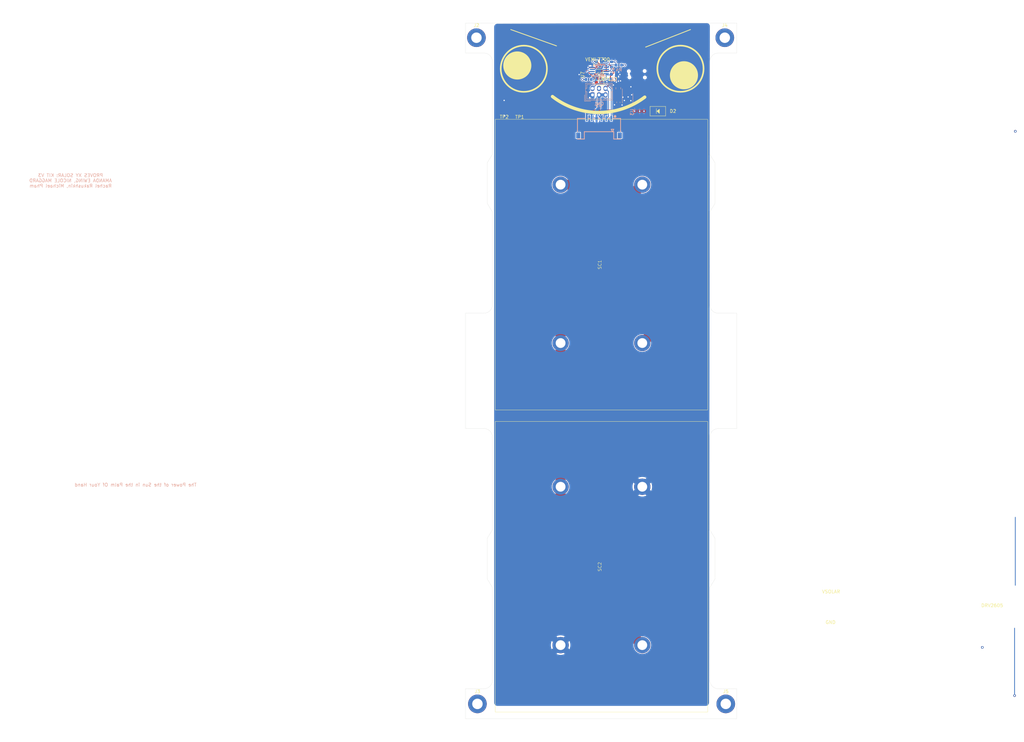
<source format=kicad_pcb>
(kicad_pcb (version 20241229) (generator "pcbnew") (generator_version "9.0")
  (title_block (title "Yearling Kit XY Faces") (date "2025-10-05") (rev "1.0"))
  (layers (0 "F.Cu" signal) (4 "In1.Cu" signal) (6 "In2.Cu" signal) (2 "B.Cu" signal) (13 "F.Paste" user) (15 "B.Paste" user) (5 "F.SilkS" user "F.Silkscreen") (7 "B.SilkS" user "B.Silkscreen") (1 "F.Mask" user) (3 "B.Mask" user) (25 "Edge.Cuts" user))
  (net 0 "")
  (net 1 "GND")
  (net 2 "+3V3")
  (net 3 "VSOLAR")
  (net 4 "Net-(U3-REG)")
  (net 5 "/SCL")
  (net 6 "/SDA")
  (net 7 "Net-(D4-A)")
  (net 12 "Net-(U3-OUT+)")
  (net 14 "SCLIN")
  (net 15 "SDAIN")
  (net 16 "Net-(U4-EN)")
  (net 17 "Net-(U4-READY)")
  (net 21 "Net-(SC1---Pad2)")
  (net 22 "/SOL_OUT")
  (footprint "MountingHole:MountingHole_3.2mm_M3_ISO7380_Pad" (layer "F.Cu") (at 171.5 40.5)
    (property "Reference" "J2" (at 0 -3.8 0) (layer "F.SilkS"))
    (property "Value" "Conn_01x01")
    (pad "1" thru_hole circle (at 0 0) (size 5.7 5.7) (drill 3.2) (layers "*.Cu" "*.Mask"))
  )
  (footprint "MountingHole:MountingHole_3.2mm_M3_ISO7380_Pad" (layer "F.Cu") (at 247.5 40.5)
    (property "Reference" "J4" (at 0 -3.8 0) (layer "F.SilkS"))
    (property "Value" "Conn_01x01")
    (pad "1" thru_hole circle (at 0 0) (size 5.7 5.7) (drill 3.2) (layers "*.Cu" "*.Mask"))
  )
  (footprint "MountingHole:MountingHole_3.2mm_M3_ISO7380_Pad" (layer "F.Cu") (at 171.8 244.5)
    (property "Reference" "J3" (at 0 -3.8 0) (layer "F.SilkS"))
    (property "Value" "Conn_01x01")
    (pad "1" thru_hole circle (at 0 0) (size 5.7 5.7) (drill 3.2) (layers "*.Cu" "*.Mask"))
  )
  (footprint "Solar_Cell_Library:SM531K10T" (layer "F.Cu") (at 222.25 85.5 90)
    (property "Reference" "SC1" (at -24.5 -13 90) (layer "F.SilkS") (effects (font (thickness 0.1))))
    (property "Value" "SM531K10T")
    (fp_rect (start -69 -45) (end 20 20) (stroke (width 0.1)) (fill no) (layer "F.SilkS"))
    (pad "1" thru_hole circle (at -48.5 0 90) (size 5 5) (drill 3) (layers "*.Cu" "*.Mask") (net 22 "/SOL_OUT"))
    (pad "2" thru_hole circle (at -48.5 -25 90) (size 5 5) (drill 3) (layers "*.Cu" "*.Mask") (net 21 "Net-(SC1---Pad2)"))
    (pad "3" thru_hole circle (at 0 -25 90) (size 5 5) (drill 3) (layers "*.Cu" "*.Mask") (net 22 "/SOL_OUT"))
    (pad "4" thru_hole circle (at 0 0 90) (size 5 5) (drill 3) (layers "*.Cu" "*.Mask") (net 21 "Net-(SC1---Pad2)"))
  )
  (footprint "SolarPanelBoards:Test Pad" (layer "F.Cu") (at 184.6 62.01)
    (property "Reference" "TP1" (at 0.11 2.75 0) (layer "F.SilkS"))
    (property "Value" "TestPoint")
    (pad "1" smd roundrect (at 0 0) (size 3 3) (layers "F.Cu" "F.Mask" "F.Paste") (net 3 "VSOLAR"))
  )
  (footprint "easyeda2kicad:SENSOR-SMD_VEML6031X00" (layer "F.Cu") (at 208.99 51.86 90)
    (property "Reference" "U7" (at 0 -5.04 90) (layer "F.SilkS"))
    (property "Value" "VEML6031X00")
    (fp_line (start 1.35 -1.18) (end 0.58 -1.18) (stroke (width 0.1)) (layer "F.SilkS"))
    (fp_line (start -0.58 -1.18) (end -1.33 -1.18) (stroke (width 0.1)) (layer "F.SilkS"))
    (fp_line (start -1.33 -1.18) (end -1.35 -1.18) (stroke (width 0.1)) (layer "F.SilkS"))
    (fp_line (start -1.35 -1.18) (end -1.35 -1.18) (stroke (width 0.1)) (layer "F.SilkS"))
    (fp_line (start -1.35 -0.02) (end -1.35 0.02) (stroke (width 0.1)) (layer "F.SilkS"))
    (fp_line (start 1.35 0.02) (end 1.35 -0.02) (stroke (width 0.1)) (layer "F.SilkS"))
    (fp_line (start -1.35 1.18) (end -1.35 1.25) (stroke (width 0.1)) (layer "F.SilkS"))
    (fp_line (start 1.35 1.25) (end 1.35 1.18) (stroke (width 0.1)) (layer "F.SilkS"))
    (fp_line (start 0.579999 1.25) (end 1.35 1.25) (stroke (width 0.1)) (layer "F.SilkS"))
    (fp_line (start -1.35 1.25) (end -0.579999 1.25) (stroke (width 0.1)) (layer "F.SilkS"))
    (pad "1" smd rect (at 0 1.04 90) (size 0.85 0.79) (layers "F.Cu" "F.Mask" "F.Paste") (net 1 "GND"))
    (pad "2" smd rect (at 1.15 0.6 270) (size 0.79 0.85) (layers "F.Cu" "F.Mask" "F.Paste") (net 6 "/SDA"))
    (pad "3" smd rect (at 1.15 -0.6 270) (size 0.79 0.85) (layers "F.Cu" "F.Mask" "F.Paste"))
    (pad "4" smd rect (at 0 -1.04 90) (size 0.85 0.79) (layers "F.Cu" "F.Mask" "F.Paste") (net 1 "GND"))
    (pad "5" smd rect (at -1.15 -0.6 270) (size 0.79 0.85) (layers "F.Cu" "F.Mask" "F.Paste") (net 5 "/SCL"))
    (pad "6" smd rect (at -1.15 0.6 270) (size 0.79 0.85) (layers "F.Cu" "F.Mask" "F.Paste") (net 2 "+3V3"))
  )
  (footprint "Package_TO_SOT_SMD:SOT-563" (layer "F.Cu") (at 208.98 49.2)
    (property "Reference" "U2" (at 0.55 2.4 0) (layer "F.SilkS"))
    (property "Value" "TMP112xxDRL")
    (fp_line (start 0 -0.935) (end -0.6 -0.935) (stroke (width 0.12)) (layer "F.SilkS"))
    (fp_line (start 0 -0.935) (end 0.6 -0.935) (stroke (width 0.12)) (layer "F.SilkS"))
    (fp_line (start 0 0.935) (end -0.6 0.935) (stroke (width 0.12)) (layer "F.SilkS"))
    (fp_line (start 0 0.935) (end 0.6 0.935) (stroke (width 0.12)) (layer "F.SilkS"))
    (fp_poly (pts (xy -1.309999 -0.5) (xy -1.64 -0.74) (xy -1.64 -0.26) (xy -1.309999 -0.5)) (stroke (width 0.12)) (fill yes) (layer "F.SilkS"))
    (pad "1" smd roundrect (at -0.7125 -0.5) (size 0.675 0.35) (layers "F.Cu" "F.Mask" "F.Paste") (net 5 "/SCL"))
    (pad "2" smd roundrect (at -0.712501 0) (size 0.675 0.35) (layers "F.Cu" "F.Mask" "F.Paste") (net 1 "GND"))
    (pad "3" smd roundrect (at -0.7125 0.5) (size 0.675 0.35) (layers "F.Cu" "F.Mask" "F.Paste") (net 1 "GND"))
    (pad "4" smd roundrect (at 0.7125 0.5) (size 0.675 0.35) (layers "F.Cu" "F.Mask" "F.Paste") (net 1 "GND"))
    (pad "5" smd roundrect (at 0.712501 0) (size 0.675 0.35) (layers "F.Cu" "F.Mask" "F.Paste") (net 2 "+3V3"))
    (pad "6" smd roundrect (at 0.7125 -0.5) (size 0.675 0.35) (layers "F.Cu" "F.Mask" "F.Paste") (net 6 "/SDA"))
  )
  (footprint "SolarPanelBoards:Test Pad" (layer "F.Cu") (at 180 62)
    (property "Reference" "TP2" (at 0 2.730001 0) (layer "F.SilkS"))
    (property "Value" "TestPoint")
    (pad "1" smd roundrect (at 0 0) (size 3 3) (layers "F.Cu" "F.Mask" "F.Paste") (net 1 "GND"))
  )
  (footprint "SolarPanelBoards:DO-214AC" (layer "F.Cu") (at 227.000001 63)
    (property "Reference" "D2" (at 4.64 -0.020001 0) (layer "F.SilkS"))
    (property "Value" "CDBA240LL-HF")
    (fp_line (start -2.375 -1.45) (end 2.375 -1.45) (stroke (width 0.12)) (layer "F.SilkS"))
    (fp_line (start -2.375 1.45) (end -2.375 -1.45) (stroke (width 0.12)) (layer "F.SilkS"))
    (fp_line (start -2.375 1.45) (end 2.375 1.45) (stroke (width 0.12)) (layer "F.SilkS"))
    (fp_line (start -0.4318 -0.8128) (end -0.4318 0.7366) (stroke (width 0.12)) (layer "F.SilkS"))
    (fp_line (start 2.375 1.45) (end 2.375 -1.45) (stroke (width 0.12)) (layer "F.SilkS"))
    (fp_poly (pts (xy 0.508 0.7112) (xy -0.3048 -0.0254) (xy 0.508 -0.635)) (stroke (width 0.1)) (fill yes) (layer "F.SilkS"))
    (pad "1" smd rect (at -2.000001 0) (size 2.5 1.7) (layers "F.Cu" "F.Mask" "F.Paste") (net 3 "VSOLAR"))
    (pad "2" smd rect (at 2.000001 0) (size 2.5 1.7) (layers "F.Cu" "F.Mask" "F.Paste") (net 22 "/SOL_OUT"))
  )
  (footprint "MountingHole:MountingHole_3.2mm_M3_ISO7380_Pad" (layer "F.Cu") (at 247.8 244.5)
    (property "Reference" "J5" (at 0 -3.8 0) (layer "F.SilkS"))
    (property "Value" "Conn_01x01")
    (pad "1" thru_hole circle (at 0 0) (size 5.7 5.7) (drill 3.2) (layers "*.Cu" "*.Mask"))
  )
  (footprint "Solar_Cell_Library:SM531K10T" (layer "F.Cu") (at 222.25 178 90)
    (property "Reference" "SC2" (at -24.5 -13 90) (layer "F.SilkS") (effects (font (thickness 0.1))))
    (property "Value" "SM531K10T")
    (fp_rect (start -69 -45) (end 20 20) (stroke (width 0.1)) (fill no) (layer "F.SilkS"))
    (pad "1" thru_hole circle (at -48.5 0 90) (size 5 5) (drill 3) (layers "*.Cu" "*.Mask") (net 21 "Net-(SC1---Pad2)"))
    (pad "2" thru_hole circle (at -48.5 -25 90) (size 5 5) (drill 3) (layers "*.Cu" "*.Mask") (net 1 "GND"))
    (pad "3" thru_hole circle (at 0 -25 90) (size 5 5) (drill 3) (layers "*.Cu" "*.Mask") (net 21 "Net-(SC1---Pad2)"))
    (pad "4" thru_hole circle (at 0 0 90) (size 5 5) (drill 3) (layers "*.Cu" "*.Mask") (net 1 "GND"))
  )
  (footprint "LED_SMD:LED_0603_1608Metric" (layer "F.Cu") (at 209.02 54.26 180)
    (property "Reference" "D4" (hide yes))
    (property "Value" "CQY99")
    (fp_line (start 0.8 -0.735) (end -1.485 -0.735) (stroke (width 0.12)) (layer "F.SilkS"))
    (fp_line (start -1.485 0.735) (end 0.8 0.735) (stroke (width 0.12)) (layer "F.SilkS"))
    (fp_line (start -1.485 -0.735) (end -1.485 0.735) (stroke (width 0.12)) (layer "F.SilkS"))
    (pad "1" smd roundrect (at -0.787501 0 180) (size 0.875 0.95) (layers "F.Cu" "F.Mask" "F.Paste") (net 1 "GND"))
    (pad "2" smd roundrect (at 0.787501 0 180) (size 0.875 0.95) (layers "F.Cu" "F.Mask" "F.Paste") (net 7 "Net-(D4-A)"))
  )
  (footprint "Connector_Hirose:Hirose_DF11-6DP-2DSA_2x03_P2.00mm_Vertical" (layer "B.Cu") (at 207 58.02)
    (property "Reference" "CN1" (at 2 2.7 0) (layer "B.SilkS") (effects (justify mirror)))
    (property "Value" "DF11-2DSA-4DP" (hide yes))
    (fp_line (start -2.41 0) (end -2.41 1.91) (stroke (width 0.12)) (layer "B.SilkS"))
    (fp_line (start -2.41 1.91) (end -0.499999 1.91) (stroke (width 0.12)) (layer "B.SilkS"))
    (fp_line (start -2.1 -3.6) (end 6.1 -3.6) (stroke (width 0.12)) (layer "B.SilkS"))
    (fp_line (start -2.1 -2) (end -1.7 -2) (stroke (width 0.12)) (layer "B.SilkS"))
    (fp_line (start -2.1 -1) (end -1.7 -1) (stroke (width 0.12)) (layer "B.SilkS"))
    (fp_line (start -2.1 1.6) (end -2.1 -3.6) (stroke (width 0.12)) (layer "B.SilkS"))
    (fp_line (start -1.7 -3.2) (end 5.7 -3.2) (stroke (width 0.12)) (layer "B.SilkS"))
    (fp_line (start -1.7 -2) (end -1.7 -3.2) (stroke (width 0.12)) (layer "B.SilkS"))
    (fp_line (start -1.7 -1) (end -1.7 1.200001) (stroke (width 0.12)) (layer "B.SilkS"))
    (fp_line (start -1.7 1.200001) (end 0.5 1.200001) (stroke (width 0.12)) (layer "B.SilkS"))
    (fp_line (start 0.5 1.200001) (end 0.5 1.6) (stroke (width 0.12)) (layer "B.SilkS"))
    (fp_line (start 1.5 1.2) (end 2.5 1.2) (stroke (width 0.12)) (layer "B.SilkS"))
    (fp_line (start 1.5 1.6) (end 1.5 1.2) (stroke (width 0.12)) (layer "B.SilkS"))
    (fp_line (start 2.5 1.2) (end 2.5 1.6) (stroke (width 0.12)) (layer "B.SilkS"))
    (fp_line (start 3.5 1.2) (end 3.5 1.6) (stroke (width 0.12)) (layer "B.SilkS"))
    (fp_line (start 5.7 -3.2) (end 5.7 -2) (stroke (width 0.12)) (layer "B.SilkS"))
    (fp_line (start 5.7 -2) (end 6.1 -2) (stroke (width 0.12)) (layer "B.SilkS"))
    (fp_line (start 5.7 -1) (end 5.7 1.2) (stroke (width 0.12)) (layer "B.SilkS"))
    (fp_line (start 5.7 1.2) (end 3.5 1.2) (stroke (width 0.12)) (layer "B.SilkS"))
    (fp_line (start 6.1 -3.6) (end 6.1 1.6) (stroke (width 0.12)) (layer "B.SilkS"))
    (fp_line (start 6.1 -1) (end 5.7 -1) (stroke (width 0.12)) (layer "B.SilkS"))
    (fp_line (start 6.1 1.6) (end -2.1 1.6) (stroke (width 0.12)) (layer "B.SilkS"))
    (pad "1" thru_hole roundrect (at 0 0) (size 1.2 1.65) (drill 0.85) (layers "*.Cu" "*.Mask") (roundrect_rratio 0.208333) (net 1 "GND"))
    (pad "2" thru_hole oval (at 0 -2.000001) (size 1.2 1.65) (drill 0.85) (layers "*.Cu" "*.Mask") (net 15 "SDAIN"))
    (pad "3" thru_hole oval (at 2.000001 0) (size 1.2 1.65) (drill 0.85) (layers "*.Cu" "*.Mask") (net 3 "VSOLAR"))
    (pad "4" thru_hole oval (at 2 -2) (size 1.2 1.65) (drill 0.85) (layers "*.Cu" "*.Mask") (net 2 "+3V3"))
    (pad "5" thru_hole oval (at 4 0) (size 1.2 1.65) (drill 0.85) (layers "*.Cu" "*.Mask") (net 3 "VSOLAR"))
    (pad "6" thru_hole oval (at 4.000001 -2) (size 1.2 1.65) (drill 0.85) (layers "*.Cu" "*.Mask") (net 14 "SCLIN"))
  )
  (footprint "easyeda2kicad:MSOP-8_L3.0-W3.0-P0.65-LS5.0-BL" (layer "B.Cu") (at 209.08 50.54 90)
    (property "Reference" "U4" (at 0 4.1 90) (layer "B.SilkS") (effects (justify mirror)))
    (property "Value" "TCA4311ADGKR" (hide yes))
    (fp_line (start 1.66 -1.66) (end 1.66 1.73) (stroke (width 0.25)) (layer "B.SilkS"))
    (fp_line (start 1.39 -1.66) (end 1.66 -1.66) (stroke (width 0.25)) (layer "B.SilkS"))
    (fp_line (start -1.72 -1.66) (end -1.39 -1.66) (stroke (width 0.25)) (layer "B.SilkS"))
    (fp_line (start -1.73 -1.65) (end -1.72 -1.66) (stroke (width 0.25)) (layer "B.SilkS"))
    (fp_line (start -1.73 1.72) (end -1.73 -1.65) (stroke (width 0.25)) (layer "B.SilkS"))
    (fp_line (start 1.66 1.73) (end 1.39 1.73) (stroke (width 0.25)) (layer "B.SilkS"))
    (fp_line (start -1.39 1.73) (end -1.7 1.73) (stroke (width 0.25)) (layer "B.SilkS"))
    (fp_line (start -1.7 1.73) (end -1.72 1.71) (stroke (width 0.25)) (layer "B.SilkS"))
    (fp_circle (center -1.61 -2.15) (end -1.46 -2.15) (stroke (width 0.3)) (fill no) (layer "B.SilkS"))
    (fp_circle (center -1.14 -0.89) (end -0.99 -0.89) (stroke (width 0.3)) (fill no) (layer "B.SilkS"))
    (pad "1" smd oval (at -0.98 -2.15 90) (size 0.36 1.69) (layers "B.Cu" "B.Mask" "B.Paste") (net 16 "Net-(U4-EN)"))
    (pad "2" smd oval (at -0.32 -2.15 90) (size 0.36 1.69) (layers "B.Cu" "B.Mask" "B.Paste") (net 5 "/SCL"))
    (pad "3" smd oval (at 0.33 -2.15 90) (size 0.36 1.69) (layers "B.Cu" "B.Mask" "B.Paste") (net 14 "SCLIN"))
    (pad "4" smd oval (at 0.98 -2.15 90) (size 0.36 1.69) (layers "B.Cu" "B.Mask" "B.Paste") (net 1 "GND"))
    (pad "5" smd oval (at 0.98 2.15 90) (size 0.36 1.69) (layers "B.Cu" "B.Mask" "B.Paste") (net 17 "Net-(U4-READY)"))
    (pad "6" smd oval (at 0.33 2.15 90) (size 0.36 1.69) (layers "B.Cu" "B.Mask" "B.Paste") (net 15 "SDAIN"))
    (pad "7" smd oval (at -0.32 2.15 90) (size 0.36 1.69) (layers "B.Cu" "B.Mask" "B.Paste") (net 6 "/SDA"))
    (pad "8" smd oval (at -0.98 2.15 90) (size 0.36 1.69) (layers "B.Cu" "B.Mask" "B.Paste") (net 2 "+3V3"))
  )
  (footprint "Capacitor_SMD:C_0603_1608Metric" (layer "B.Cu") (at 213.58 51.65 180)
    (property "Reference" "C6" (at 0 -1.65 0) (layer "B.SilkS") (effects (justify mirror)))
    (property "Value" "100nF")
    (fp_line (start -0.140581 0.51) (end 0.140581 0.51) (stroke (width 0.12)) (layer "B.SilkS"))
    (fp_line (start -0.140581 -0.51) (end 0.140581 -0.51) (stroke (width 0.12)) (layer "B.SilkS"))
    (pad "1" smd roundrect (at -0.775 0 180) (size 0.9 0.95) (layers "B.Cu" "B.Mask" "B.Paste") (net 1 "GND"))
    (pad "2" smd roundrect (at 0.775 0 180) (size 0.9 0.95) (layers "B.Cu" "B.Mask" "B.Paste") (net 2 "+3V3"))
  )
  (footprint "Resistor_SMD:R_0603_1608Metric" (layer "B.Cu") (at 205.82 53.29)
    (property "Reference" "R2" (hide yes))
    (property "Value" "10k")
    (fp_line (start -0.237258 -0.5225) (end 0.237258 -0.5225) (stroke (width 0.12)) (layer "B.SilkS"))
    (fp_line (start -0.237258 0.5225) (end 0.237258 0.5225) (stroke (width 0.12)) (layer "B.SilkS"))
    (pad "1" smd roundrect (at -0.825 0) (size 0.8 0.95) (layers "B.Cu" "B.Mask" "B.Paste") (net 2 "+3V3"))
    (pad "2" smd roundrect (at 0.825 0) (size 0.8 0.95) (layers "B.Cu" "B.Mask" "B.Paste") (net 16 "Net-(U4-EN)"))
  )
  (footprint "Capacitor_SMD:C_0603_1608Metric" (layer "B.Cu") (at 213.56 53.15)
    (property "Reference" "C4" (hide yes))
    (property "Value" "100nF")
    (fp_line (start -0.140581 -0.51) (end 0.140581 -0.51) (stroke (width 0.12)) (layer "B.SilkS"))
    (fp_line (start -0.140581 0.51) (end 0.140581 0.51) (stroke (width 0.12)) (layer "B.SilkS"))
    (pad "1" smd roundrect (at -0.775 0) (size 0.9 0.95) (layers "B.Cu" "B.Mask" "B.Paste") (net 2 "+3V3"))
    (pad "2" smd roundrect (at 0.775 0) (size 0.9 0.95) (layers "B.Cu" "B.Mask" "B.Paste") (net 1 "GND"))
  )
  (footprint "Capacitor_SMD:C_0603_1608Metric" (layer "B.Cu") (at 208.97 47.77)
    (property "Reference" "C2" (at 0 1.43 180) (layer "B.SilkS") (effects (justify mirror)))
    (property "Value" "10nF")
    (fp_line (start -0.140581 -0.51) (end 0.140581 -0.51) (stroke (width 0.12)) (layer "B.SilkS"))
    (fp_line (start -0.140581 0.51) (end 0.140581 0.51) (stroke (width 0.12)) (layer "B.SilkS"))
    (pad "1" smd roundrect (at -0.775 0) (size 0.9 0.95) (layers "B.Cu" "B.Mask" "B.Paste") (net 2 "+3V3"))
    (pad "2" smd roundrect (at 0.775 0) (size 0.9 0.95) (layers "B.Cu" "B.Mask" "B.Paste") (net 1 "GND"))
  )
  (footprint "Capacitor_SMD:C_0805_2012Metric" (layer "B.Cu") (at 214.919999 55.99 90)
    (property "Reference" "C5" (hide yes))
    (property "Value" "1uF")
    (fp_line (start -0.261253 -0.735) (end 0.261253 -0.735) (stroke (width 0.12)) (layer "B.SilkS"))
    (fp_line (start -0.261253 0.735) (end 0.261253 0.735) (stroke (width 0.12)) (layer "B.SilkS"))
    (pad "1" smd roundrect (at -0.949999 0 90) (size 1 1.45) (layers "B.Cu" "B.Mask" "B.Paste") (net 4 "Net-(U3-REG)"))
    (pad "2" smd roundrect (at 0.949999 0 90) (size 1 1.45) (layers "B.Cu" "B.Mask" "B.Paste") (net 1 "GND"))
  )
  (footprint "Resistor_SMD:R_0603_1608Metric" (layer "B.Cu") (at 215.08 48.89)
    (property "Reference" "R4" (at 0 1.45 0) (layer "B.SilkS") (effects (justify mirror)))
    (property "Value" "10k")
    (fp_line (start -0.237258 -0.5225) (end 0.237258 -0.5225) (stroke (width 0.12)) (layer "B.SilkS"))
    (fp_line (start -0.237258 0.5225) (end 0.237258 0.5225) (stroke (width 0.12)) (layer "B.SilkS"))
    (pad "1" smd roundrect (at -0.825 0) (size 0.8 0.95) (layers "B.Cu" "B.Mask" "B.Paste") (net 17 "Net-(U4-READY)"))
    (pad "2" smd roundrect (at 0.825 0) (size 0.8 0.95) (layers "B.Cu" "B.Mask" "B.Paste") (net 2 "+3V3"))
  )
  (footprint "Resistor_SMD:R_0603_1608Metric" (layer "B.Cu") (at 212.83 48.71 90)
    (property "Reference" "R6" (hide yes))
    (property "Value" "10k")
    (fp_line (start -0.237258 -0.5225) (end 0.237258 -0.5225) (stroke (width 0.12)) (layer "B.SilkS"))
    (fp_line (start -0.237258 0.5225) (end 0.237258 0.5225) (stroke (width 0.12)) (layer "B.SilkS"))
    (pad "1" smd roundrect (at -0.825 0 90) (size 0.8 0.95) (layers "B.Cu" "B.Mask" "B.Paste") (net 6 "/SDA"))
    (pad "2" smd roundrect (at 0.825 0 90) (size 0.8 0.95) (layers "B.Cu" "B.Mask" "B.Paste") (net 2 "+3V3"))
  )
  (footprint "Resistor_SMD:R_0603_1608Metric" (layer "B.Cu") (at 204.58 51.78 180)
    (property "Reference" "R5" (hide yes))
    (property "Value" "10k")
    (fp_line (start -0.237258 0.5225) (end 0.237258 0.5225) (stroke (width 0.12)) (layer "B.SilkS"))
    (fp_line (start -0.237258 -0.5225) (end 0.237258 -0.5225) (stroke (width 0.12)) (layer "B.SilkS"))
    (pad "1" smd roundrect (at -0.825 0 180) (size 0.8 0.95) (layers "B.Cu" "B.Mask" "B.Paste") (net 5 "/SCL"))
    (pad "2" smd roundrect (at 0.825 0 180) (size 0.8 0.95) (layers "B.Cu" "B.Mask" "B.Paste") (net 2 "+3V3"))
  )
  (footprint "easyeda2kicad:CONN-SMD_6P-P1.50_A1501WRB-S-6P" (layer "B.Cu") (at 209.01 67.83 180)
    (property "Reference" "U5" (at 0 6.59 0) (layer "B.SilkS") (effects (justify mirror)))
    (property "Value" "5040500691")
    (fp_line (start 6.6 2.6) (end 6.6 -1.45) (stroke (width 0.25)) (layer "B.SilkS"))
    (fp_line (start 6.6 -3.7) (end 4.5 -3.700001) (stroke (width 0.25)) (layer "B.SilkS"))
    (fp_line (start 4.5 -1.45) (end -4.5 -1.45) (stroke (width 0.25)) (layer "B.SilkS"))
    (fp_line (start 4.5 -3.700001) (end 4.5 -1.45) (stroke (width 0.25)) (layer "B.SilkS"))
    (fp_line (start 4.28 2.600001) (end 6.6 2.6) (stroke (width 0.25)) (layer "B.SilkS"))
    (fp_line (start 2.78 2.6) (end 3.22 2.6) (stroke (width 0.25)) (layer "B.SilkS"))
    (fp_line (start 1.28 2.6) (end 1.72 2.6) (stroke (width 0.25)) (layer "B.SilkS"))
    (fp_line (start -0.22 2.6) (end 0.22 2.6) (stroke (width 0.25)) (layer "B.SilkS"))
    (fp_line (start -1.72 2.6) (end -1.28 2.6) (stroke (width 0.25)) (layer "B.SilkS"))
    (fp_line (start -3.22 2.6) (end -2.78 2.6) (stroke (width 0.25)) (layer "B.SilkS"))
    (fp_line (start -3.75 -0.7) (end -4.5 -0.7) (stroke (width 0.25)) (layer "B.SilkS"))
    (fp_line (start -4.05 -1.45) (end -3.75 -0.7) (stroke (width 0.25)) (layer "B.SilkS"))
    (fp_line (start -4.5 -0.7) (end -4.2 -1.45) (stroke (width 0.25)) (layer "B.SilkS"))
    (fp_line (start -4.5 -1.45) (end -4.5 -3.700001) (stroke (width 0.25)) (layer "B.SilkS"))
    (fp_line (start -4.5 -3.700001) (end -6.6 -3.7) (stroke (width 0.25)) (layer "B.SilkS"))
    (fp_line (start -6.6 2.6) (end -4.28 2.600001) (stroke (width 0.25)) (layer "B.SilkS"))
    (fp_line (start -6.6 2.6) (end -6.6 -1.45) (stroke (width 0.25)) (layer "B.SilkS"))
    (fp_circle (center -4.91 3.25) (end -4.71 3.25) (stroke (width 0.4)) (fill no) (layer "B.SilkS"))
    (pad "1" smd rect (at -3.75 2.59) (size 0.6 1.5) (layers "B.Cu" "B.Mask" "B.Paste") (net 15 "SDAIN"))
    (pad "2" smd rect (at -2.25 2.59) (size 0.6 1.5) (layers "B.Cu" "B.Mask" "B.Paste") (net 14 "SCLIN"))
    (pad "3" smd rect (at -0.750001 2.59) (size 0.6 1.5) (layers "B.Cu" "B.Mask" "B.Paste") (net 2 "+3V3"))
    (pad "4" smd rect (at 0.750001 2.59) (size 0.6 1.5) (layers "B.Cu" "B.Mask" "B.Paste") (net 1 "GND"))
    (pad "5" smd rect (at 2.25 2.59) (size 0.6 1.5) (layers "B.Cu" "B.Mask" "B.Paste") (net 3 "VSOLAR"))
    (pad "6" smd rect (at 3.75 2.59) (size 0.6 1.5) (layers "B.Cu" "B.Mask" "B.Paste") (net 3 "VSOLAR"))
    (pad "7" smd rect (at 6.35 -2.590001) (size 1.25 1.8) (layers "B.Cu" "B.Mask" "B.Paste"))
    (pad "8" smd rect (at -6.35 -2.590001) (size 1.25 1.8) (layers "B.Cu" "B.Mask" "B.Paste"))
  )
  (footprint "Capacitor_SMD:C_0603_1608Metric" (layer "B.Cu") (at 214.919998 60.29 90)
    (property "Reference" "C3" (hide yes))
    (property "Value" "100nF")
    (fp_line (start -0.140581 -0.51) (end 0.140581 -0.51) (stroke (width 0.12)) (layer "B.SilkS"))
    (fp_line (start -0.140581 0.51) (end 0.140581 0.51) (stroke (width 0.12)) (layer "B.SilkS"))
    (pad "1" smd roundrect (at -0.775 0 90) (size 0.9 0.95) (layers "B.Cu" "B.Mask" "B.Paste") (net 2 "+3V3"))
    (pad "2" smd roundrect (at 0.775 0 90) (size 0.9 0.95) (layers "B.Cu" "B.Mask" "B.Paste") (net 1 "GND"))
  )
  (footprint "Resistor_SMD:R_0603_1608Metric" (layer "B.Cu") (at 209.03 53.28 180)
    (property "Reference" "R1" (at 0 1.43 0) (layer "B.SilkS") (effects (justify mirror)))
    (property "Value" "10k")
    (fp_line (start -0.237258 0.5225) (end 0.237258 0.5225) (stroke (width 0.12)) (layer "B.SilkS"))
    (fp_line (start -0.237258 -0.5225) (end 0.237258 -0.5225) (stroke (width 0.12)) (layer "B.SilkS"))
    (pad "1" smd roundrect (at -0.825 0 180) (size 0.8 0.95) (layers "B.Cu" "B.Mask" "B.Paste") (net 2 "+3V3"))
    (pad "2" smd roundrect (at 0.825 0 180) (size 0.8 0.95) (layers "B.Cu" "B.Mask" "B.Paste") (net 7 "Net-(D4-A)"))
  )
  (footprint "Package_SO:VSSOP-10_3x3mm_P0.5mm" (layer "B.Cu") (at 217.77 59.07 -90)
    (property "Reference" "U3" (at 4.22 -1.35 90) (layer "B.SilkS") (effects (justify mirror)))
    (property "Value" "DRV2605LDGS")
    (fp_line (start 0 1.61) (end -2.925 1.61) (stroke (width 0.12)) (layer "B.SilkS"))
    (fp_line (start 0 1.61) (end 1.5 1.61) (stroke (width 0.12)) (layer "B.SilkS"))
    (fp_line (start 0 -1.61) (end -1.5 -1.61) (stroke (width 0.12)) (layer "B.SilkS"))
    (fp_line (start 0 -1.61) (end 1.5 -1.61) (stroke (width 0.12)) (layer "B.SilkS"))
    (pad "1" smd roundrect (at -2.2 1 270) (size 1.45 0.3) (layers "B.Cu" "B.Mask" "B.Paste") (net 4 "Net-(U3-REG)"))
    (pad "2" smd roundrect (at -2.2 0.499999 270) (size 1.45 0.3) (layers "B.Cu" "B.Mask" "B.Paste") (net 5 "/SCL"))
    (pad "3" smd roundrect (at -2.2 0 270) (size 1.45 0.3) (layers "B.Cu" "B.Mask" "B.Paste") (net 6 "/SDA"))
    (pad "4" smd roundrect (at -2.2 -0.499999 270) (size 1.45 0.3) (layers "B.Cu" "B.Mask" "B.Paste") (net 1 "GND"))
    (pad "5" smd roundrect (at -2.2 -1 270) (size 1.45 0.3) (layers "B.Cu" "B.Mask" "B.Paste") (net 2 "+3V3"))
    (pad "6" smd roundrect (at 2.2 -1 270) (size 1.45 0.3) (layers "B.Cu" "B.Mask" "B.Paste"))
    (pad "7" smd roundrect (at 2.2 -0.499999 270) (size 1.45 0.3) (layers "B.Cu" "B.Mask" "B.Paste") (net 12 "Net-(U3-OUT+)"))
    (pad "8" smd roundrect (at 2.2 0 270) (size 1.45 0.3) (layers "B.Cu" "B.Mask" "B.Paste") (net 1 "GND"))
    (pad "9" smd roundrect (at 2.2 0.499999 270) (size 1.45 0.3) (layers "B.Cu" "B.Mask" "B.Paste") (net 12 "Net-(U3-OUT+)"))
    (pad "10" smd roundrect (at 2.2 1 270) (size 1.45 0.3) (layers "B.Cu" "B.Mask" "B.Paste") (net 2 "+3V3"))
  )
  (gr_line (start 182 38) (end 196 43) (stroke (width 0.25)) (layer "F.SilkS"))
  (gr_circle (center 186 50) (end 191 55) (stroke (width 0.5)) (fill no) (layer "F.SilkS"))
  (gr_circle (center 235 52) (end 238 55) (stroke (width 0.12)) (fill yes) (layer "F.SilkS"))
  (gr_circle (center 184 49) (end 187 52) (stroke (width 0.12)) (fill yes) (layer "F.SilkS"))
  (gr_line (start 223.282485 43.363961) (end 237 38) (stroke (width 0.25)) (layer "F.SilkS"))
  (gr_circle (center 233.928932 49.990001) (end 238.928932 54.990001) (stroke (width 0.5)) (fill no) (layer "F.SilkS"))
  (gr_arc (start 223 58.686426) (mid 208.850708 63.388932) (end 194.763137 58.504634) (stroke (width 1)) (layer "F.SilkS"))
  (gr_line (start 173.73 160.17) (end 168.15 160.17) (stroke (width 0.05)) (layer "Edge.Cuts"))
  (gr_arc (start 173.73 160.17) (mid 175.611789 160.94114) (end 176.39 162.82) (stroke (width 0.05)) (layer "Edge.Cuts"))
  (gr_line (start 168.15 124.87) (end 168.15 160.17) (stroke (width 0.05)) (layer "Edge.Cuts"))
  (gr_line (start 168.15 239.87) (end 168.15 249) (stroke (width 0.05)) (layer "Edge.Cuts"))
  (gr_line (start 168.15 36) (end 168.15 45.17) (stroke (width 0.05)) (layer "Edge.Cuts"))
  (gr_line (start 251.15 160.175) (end 245.57 160.175) (stroke (width 0.05)) (layer "Edge.Cuts"))
  (gr_line (start 174.8 91.245) (end 176.39 93.845) (stroke (width 0.05)) (layer "Edge.Cuts"))
  (gr_line (start 242.91 93.85) (end 242.91 122.225) (stroke (width 0.05)) (layer "Edge.Cuts"))
  (gr_line (start 251.15 160.175) (end 251.15 124.875) (stroke (width 0.05)) (layer "Edge.Cuts"))
  (gr_line (start 176.39 208.845) (end 176.39 237.22) (stroke (width 0.05)) (layer "Edge.Cuts"))
  (gr_line (start 174.8 193.795) (end 174.8 206.245) (stroke (width 0.05)) (layer "Edge.Cuts"))
  (gr_line (start 242.91 76.2) (end 244.5 78.8) (stroke (width 0.05)) (layer "Edge.Cuts"))
  (gr_line (start 168.15 124.87) (end 173.73 124.87) (stroke (width 0.05)) (layer "Edge.Cuts"))
  (gr_line (start 174.8 206.245) (end 176.39 208.845) (stroke (width 0.05)) (layer "Edge.Cuts"))
  (gr_line (start 176.39 93.845) (end 176.39 122.22) (stroke (width 0.05)) (layer "Edge.Cuts"))
  (gr_line (start 242.91 93.85) (end 244.5 91.25) (stroke (width 0.05)) (layer "Edge.Cuts"))
  (gr_line (start 168.15 249) (end 251.15 249) (stroke (width 0.05)) (layer "Edge.Cuts"))
  (gr_line (start 244.5 78.8) (end 244.5 91.25) (stroke (width 0.05)) (layer "Edge.Cuts"))
  (gr_line (start 251.15 36) (end 168.15 36) (stroke (width 0.05)) (layer "Edge.Cuts"))
  (gr_line (start 174.8 78.795) (end 176.39 76.195) (stroke (width 0.05)) (layer "Edge.Cuts"))
  (gr_line (start 251.15 249) (end 251.15 239.875) (stroke (width 0.05)) (layer "Edge.Cuts"))
  (gr_arc (start 242.91 162.825) (mid 243.688203 160.946102) (end 245.57 160.175) (stroke (width 0.05)) (layer "Edge.Cuts"))
  (gr_line (start 251.15 45.175) (end 245.57 45.175) (stroke (width 0.05)) (layer "Edge.Cuts"))
  (gr_line (start 174.8 193.795) (end 176.39 191.195) (stroke (width 0.05)) (layer "Edge.Cuts"))
  (gr_line (start 251.15 45.175) (end 251.15 36) (stroke (width 0.05)) (layer "Edge.Cuts"))
  (gr_line (start 242.91 191.2) (end 244.5 193.8) (stroke (width 0.05)) (layer "Edge.Cuts"))
  (gr_arc (start 245.57 124.875) (mid 243.688276 124.103824) (end 242.91 122.225) (stroke (width 0.05)) (layer "Edge.Cuts"))
  (gr_line (start 242.91 162.825) (end 242.91 191.2) (stroke (width 0.05)) (layer "Edge.Cuts"))
  (gr_arc (start 176.39 237.22) (mid 175.611768 239.098869) (end 173.73 239.87) (stroke (width 0.05)) (layer "Edge.Cuts"))
  (gr_line (start 176.39 47.82) (end 176.39 76.195) (stroke (width 0.05)) (layer "Edge.Cuts"))
  (gr_line (start 242.91 47.825) (end 242.91 76.2) (stroke (width 0.05)) (layer "Edge.Cuts"))
  (gr_line (start 244.5 193.8) (end 244.5 206.25) (stroke (width 0.05)) (layer "Edge.Cuts"))
  (gr_line (start 245.57 124.875) (end 251.15 124.875) (stroke (width 0.05)) (layer "Edge.Cuts"))
  (gr_arc (start 242.91 47.825) (mid 243.688203 45.946102) (end 245.57 45.175) (stroke (width 0.05)) (layer "Edge.Cuts"))
  (gr_line (start 173.73 45.17) (end 168.15 45.17) (stroke (width 0.05)) (layer "Edge.Cuts"))
  (gr_line (start 176.39 162.82) (end 176.39 191.195) (stroke (width 0.05)) (layer "Edge.Cuts"))
  (gr_arc (start 173.73 45.17) (mid 175.611789 45.94114) (end 176.39 47.82) (stroke (width 0.05)) (layer "Edge.Cuts"))
  (gr_line (start 174.8 78.795) (end 174.8 91.245) (stroke (width 0.05)) (layer "Edge.Cuts"))
  (gr_arc (start 245.57 239.875) (mid 243.688276 239.103824) (end 242.91 237.225) (stroke (width 0.05)) (layer "Edge.Cuts"))
  (gr_line (start 168.15 239.87) (end 173.73 239.87) (stroke (width 0.05)) (layer "Edge.Cuts"))
  (gr_line (start 242.91 208.85) (end 242.91 237.225) (stroke (width 0.05)) (layer "Edge.Cuts"))
  (gr_arc (start 176.39 122.22) (mid 175.611768 124.098869) (end 173.73 124.87) (stroke (width 0.05)) (layer "Edge.Cuts"))
  (gr_line (start 242.91 208.85) (end 244.5 206.25) (stroke (width 0.05)) (layer "Edge.Cuts"))
  (gr_line (start 245.57 239.875) (end 251.15 239.875) (stroke (width 0.05)) (layer "Edge.Cuts"))
  (gr_text "TMP112" (at 208.75 53.75 0) (layer "F.SilkS") (effects (font (size 1 1)) (justify left bottom)))
  (gr_text "GND" (at 279.86 219.51 0) (layer "F.SilkS") (effects (font (size 1 1))))
  (gr_text "VEML7700" (at 208.55 47.15 0) (layer "F.SilkS") (effects (font (size 1 1))))
  (gr_text "DRV2605" (at 329.32 214.36 0) (layer "F.SilkS") (effects (font (size 1 1))))
  (gr_text "VSOLAR" (at 280.02 210.13 0) (layer "F.SilkS") (effects (font (size 1 1))))
  (gr_text "PROVES XY SOLAR: KIT V3\nAMANDA EWING, NICOLE MAGGARD\nRachel Rakushkin, Michael Pham" (at 47.3 84.25 0) (layer "B.SilkS") (effects (font (size 1 1)) (justify mirror)))
  (gr_text "The Power of the Sun in the Palm Of Your Hand" (at 67.2 178 0) (layer "B.SilkS") (effects (font (size 1 1)) (justify bottom mirror)))
  (segment (start 208.2675 49.7) (end 205.74 49.7) (width 0.25) (layer "F.Cu") (net 1))
  (segment (start 210.03 51.86) (end 208.99 51.86) (width 0.25) (layer "F.Cu") (net 1))
  (segment (start 180 64.21) (end 180.09 64.3) (width 0.5) (layer "F.Cu") (net 1))
  (segment (start 211.414772 53.956603) (end 210.927397 53.956603) (width 0.25) (layer "F.Cu") (net 1))
  (segment (start 180 62) (end 180 59.72) (width 0.5) (layer "F.Cu") (net 1))
  (segment (start 207.95 51.86) (end 208.99 51.86) (width 0.25) (layer "F.Cu") (net 1))
  (segment (start 210.927397 53.956603) (end 210.624 54.26) (width 0.25) (layer "F.Cu") (net 1))
  (segment (start 180 62) (end 180 64.21) (width 0.5) (layer "F.Cu") (net 1))
  (segment (start 180 59.72) (end 179.98 59.7) (width 0.5) (layer "F.Cu") (net 1))
  (segment (start 205.74 49.7) (end 205.63 49.59) (width 0.25) (layer "F.Cu") (net 1))
  (segment (start 208.267499 49.2) (end 208.267499 49.699999) (width 0.25) (layer "F.Cu") (net 1))
  (segment (start 210.624 54.26) (end 209.807501 54.26) (width 0.25) (layer "F.Cu") (net 1))
  (segment (start 208.267499 49.699999) (end 208.2675 49.7) (width 0.25) (layer "F.Cu") (net 1))
  (segment (start 208.2675 49.7) (end 209.6925 49.7) (width 0.25) (layer "F.Cu") (net 1))
  (via (at 216.319998 58.715) (size 0.8) (drill 0.4) (layers "F.Cu" "B.Cu") (net 1))
  (via (at 213.419999 54.99) (size 0.8) (drill 0.4) (layers "F.Cu" "B.Cu") (net 1))
  (via (at 211.414772 53.956603) (size 0.8) (drill 0.4) (layers "F.Cu" "B.Cu") (net 1))
  (via (at 214.32652 54.10348) (size 0.8) (drill 0.4) (layers "F.Cu" "B.Cu") (net 1))
  (via (at 215.411297 51.766078) (size 0.8) (drill 0.4) (layers "F.Cu" "B.Cu") (net 1))
  (via (at 208.99 51.86) (size 0.8) (drill 0.4) (layers "F.Cu" "B.Cu") (net 1))
  (via (at 179.98 59.7) (size 0.8) (drill 0.4) (layers "F.Cu" "B.Cu") (net 1))
  (via (at 180.09 64.3) (size 0.8) (drill 0.4) (layers "F.Cu" "B.Cu") (net 1))
  (via (at 205.63 49.59) (size 0.8) (drill 0.4) (layers "F.Cu" "B.Cu") (net 1))
  (via (at 217.92 58.64) (size 0.8) (drill 0.4) (layers "F.Cu" "B.Cu") (net 1))
  (segment (start 215.295219 51.65) (end 215.411297 51.766078) (width 0.25) (layer "B.Cu") (net 1))
  (segment (start 214.335 53.15) (end 214.335 54.095) (width 0.25) (layer "B.Cu") (net 1))
  (segment (start 216.394998 58.64) (end 216.319998 58.715) (width 0.25) (layer "B.Cu") (net 1))
  (segment (start 217.77 58.79) (end 217.92 58.64) (width 0.25) (layer "B.Cu") (net 1))
  (segment (start 205.66 49.56) (end 205.63 49.59) (width 0.25) (layer "B.Cu") (net 1))
  (segment (start 218.269998 56.87) (end 218.269998 58.29) (width 0.25) (layer "B.Cu") (net 1))
  (segment (start 206.93 49.56) (end 205.66 49.56) (width 0.25) (layer "B.Cu") (net 1))
  (segment (start 214.335 54.095) (end 214.32 54.11) (width 0.25) (layer "B.Cu") (net 1))
  (segment (start 214.355 51.65) (end 215.295219 51.65) (width 0.25) (layer "B.Cu") (net 1))
  (segment (start 217.92 58.64) (end 216.394998 58.64) (width 0.25) (layer "B.Cu") (net 1))
  (segment (start 214.919998 59.340001) (end 215.694997 59.340001) (width 0.25) (layer "B.Cu") (net 1))
  (segment (start 213.419999 54.99) (end 213.469998 55.04) (width 0.25) (layer "B.Cu") (net 1))
  (segment (start 218.269998 58.29) (end 217.92 58.64) (width 0.25) (layer "B.Cu") (net 1))
  (segment (start 213.469998 55.04) (end 214.869998 55.04) (width 0.25) (layer "B.Cu") (net 1))
  (segment (start 214.335 54.095) (end 214.32652 54.10348) (width 0.25) (layer "B.Cu") (net 1))
  (segment (start 217.769999 61.27) (end 217.77 58.79) (width 0.25) (layer "B.Cu") (net 1))
  (segment (start 215.694997 59.340001) (end 216.319998 58.715) (width 0.25) (layer "B.Cu") (net 1))
  (segment (start 210.68897 53.01) (end 210.826736 53.147766) (width 0.25) (layer "F.Cu") (net 2))
  (segment (start 209.21 49.2) (end 209.692501 49.2) (width 0.25) (layer "F.Cu") (net 2))
  (segment (start 209.029 49.019) (end 209.21 49.2) (width 0.25) (layer "F.Cu") (net 2))
  (segment (start 207.23 47.71) (end 208.300202 47.71) (width 0.25) (layer "F.Cu") (net 2))
  (segment (start 209.59 53.01) (end 210.68897 53.01) (width 0.25) (layer "F.Cu") (net 2))
  (segment (start 208.300202 47.71) (end 209.029 48.438798) (width 0.25) (layer "F.Cu") (net 2))
  (segment (start 209.029 48.438798) (end 209.029 49.019) (width 0.25) (layer "F.Cu") (net 2))
  (via (at 209.09 64.14) (size 0.8) (drill 0.4) (layers "F.Cu" "B.Cu") (net 2))
  (via (at 202.92 51.78) (size 0.8) (drill 0.4) (layers "F.Cu" "B.Cu") (net 2))
  (via (at 210.826736 53.147766) (size 0.8) (drill 0.4) (layers "F.Cu" "B.Cu") (net 2))
  (via (at 213.75 61.05) (size 0.8) (drill 0.4) (layers "F.Cu" "B.Cu") (net 2))
  (via (at 209.94 64.1) (size 0.8) (drill 0.4) (layers "F.Cu" "B.Cu") (net 2))
  (via (at 216.06 61.11) (size 0.8) (drill 0.4) (layers "F.Cu" "B.Cu") (net 2))
  (via (at 203.98 53.29) (size 0.8) (drill 0.4) (layers "F.Cu" "B.Cu") (net 2))
  (via (at 207.23 47.71) (size 0.8) (drill 0.4) (layers "F.Cu" "B.Cu") (net 2))
  (via (at 213.94 47.87) (size 0.8) (drill 0.4) (layers "F.Cu" "B.Cu") (net 2))
  (via (at 218.76 55.53) (size 0.8) (drill 0.4) (layers "F.Cu" "B.Cu") (net 2))
  (via (at 216.86 48.9) (size 0.8) (drill 0.4) (layers "F.Cu" "B.Cu") (net 2))
  (via (at 218.994998 57.98) (size 0.8) (drill 0.4) (layers "F.Cu" "B.Cu") (net 2))
  (segment (start 207.29 47.77) (end 207.23 47.71) (width 0.25) (layer "B.Cu") (net 2))
  (segment (start 218.77 55.54) (end 218.76 55.53) (width 0.25) (layer "B.Cu") (net 2))
  (segment (start 218.77 57.755002) (end 218.994998 57.98) (width 0.25) (layer "B.Cu") (net 2))
  (segment (start 209.14 64.1) (end 209.14 64.619999) (width 0.4) (layer "B.Cu") (net 2))
  (segment (start 214.919998 61.065) (end 216.015 61.065) (width 0.25) (layer "B.Cu") (net 2))
  (segment (start 209.94 64.1) (end 209.94 65.060001) (width 0.4) (layer "B.Cu") (net 2))
  (segment (start 213.925 47.885) (end 213.94 47.87) (width 0.25) (layer "B.Cu") (net 2))
  (segment (start 212.83 47.885) (end 213.925 47.885) (width 0.25) (layer "B.Cu") (net 2))
  (segment (start 213.765 61.065) (end 213.75 61.05) (width 0.25) (layer "B.Cu") (net 2))
  (segment (start 209.855 53.28) (end 210.694502 53.28) (width 0.25) (layer "B.Cu") (net 2))
  (segment (start 203.755 51.78) (end 202.92 51.78) (width 0.25) (layer "B.Cu") (net 2))
  (segment (start 211.62 51.91) (end 212.805 51.91) (width 0.25) (layer "B.Cu") (net 2))
  (segment (start 218.77 56.87) (end 218.77 55.54) (width 0.25) (layer "B.Cu") (net 2))
  (segment (start 210.694502 53.28) (end 210.826736 53.147766) (width 0.25) (layer "B.Cu") (net 2))
  (segment (start 208.195 47.77) (end 207.29 47.77) (width 0.25) (layer "B.Cu") (net 2))
  (segment (start 210.826736 53.147766) (end 212.782766 53.147766) (width 0.25) (layer "B.Cu") (net 2))
  (segment (start 215.905 48.89) (end 216.85 48.89) (width 0.25) (layer "B.Cu") (net 2))
  (segment (start 218.769998 56.87) (end 218.769998 56.29) (width 0.25) (layer "B.Cu") (net 2))
  (segment (start 204.995 53.29) (end 203.98 53.29) (width 0.25) (layer "B.Cu") (net 2))
  (segment (start 212.782766 53.147766) (end 212.785 53.15) (width 0.25) (layer "B.Cu") (net 2))
  (segment (start 216.769998 61.27) (end 214.829999 61.27) (width 0.25) (layer "B.Cu") (net 2))
  (segment (start 216.015 61.065) (end 216.06 61.11) (width 0.25) (layer "B.Cu") (net 2))
  (segment (start 211.23 51.52) (end 211.23 52.744502) (width 0.25) (layer "B.Cu") (net 2))
  (segment (start 211.23 51.52) (end 211.62 51.91) (width 0.25) (layer "B.Cu") (net 2))
  (segment (start 218.77 56.87) (end 218.77 57.755002) (width 0.25) (layer "B.Cu") (net 2))
  (segment (start 211.23 52.744502) (end 210.826736 53.147766) (width 0.25) (layer "B.Cu") (net 2))
  (segment (start 209.14 64.619999) (end 209.760001 65.24) (width 0.4) (layer "B.Cu") (net 2))
  (segment (start 214.919998 61.065) (end 213.765 61.065) (width 0.25) (layer "B.Cu") (net 2))
  (segment (start 209.94 65.060001) (end 209.760001 65.24) (width 0.4) (layer "B.Cu") (net 2))
  (segment (start 209.14 64.1) (end 209.94 64.1) (width 0.4) (layer "B.Cu") (net 2))
  (segment (start 216.85 48.89) (end 216.86 48.9) (width 0.25) (layer "B.Cu") (net 2))
  (segment (start 225 63) (end 222.78 63) (width 1) (layer "F.Cu") (net 3))
  (segment (start 222.78 63) (end 185.59 63) (width 1) (layer "F.Cu") (net 3))
  (segment (start 184.6 62.01) (end 185.51 62.92) (width 0.5) (layer "F.Cu") (net 3))
  (segment (start 185.59 63) (end 184.6 62.01) (width 1) (layer "F.Cu") (net 3))
  (via (at 221.43 62.99) (size 0.8) (drill 0.4) (layers "F.Cu" "B.Cu") (net 3))
  (via (at 219.9 62.97) (size 0.8) (drill 0.4) (layers "F.Cu" "B.Cu") (net 3))
  (via (at 222.78 63) (size 0.8) (drill 0.4) (layers "F.Cu" "B.Cu") (net 3))
  (segment (start 209.000001 58.02) (end 211 58.02) (width 1) (layer "B.Cu") (net 3))
  (segment (start 206.76 63.62) (end 206.86 63.52) (width 0.5) (layer "B.Cu") (net 3))
  (segment (start 205.26 65.24) (end 205.26 63.66) (width 0.5) (layer "B.Cu") (net 3))
  (segment (start 206.76 65.24) (end 206.76 63.62) (width 0.5) (layer "B.Cu") (net 3))
  (segment (start 207.527999 63.52) (end 206.86 63.52) (width 1) (layer "B.Cu") (net 3))
  (segment (start 209.000001 62.047998) (end 207.527999 63.52) (width 1) (layer "B.Cu") (net 3))
  (segment (start 206.86 63.52) (end 205.4 63.52) (width 1) (layer "B.Cu") (net 3))
  (segment (start 209.000001 58.02) (end 209.000001 62.047998) (width 1) (layer "B.Cu") (net 3))
  (segment (start 205.26 63.66) (end 205.4 63.52) (width 0.5) (layer "B.Cu") (net 3))
  (segment (start 216.769998 56.87) (end 214.989998 56.87) (width 0.25) (layer "B.Cu") (net 4))
  (segment (start 214.989998 56.87) (end 214.919998 56.94) (width 0.25) (layer "B.Cu") (net 4))
  (segment (start 205.49328 48.7) (end 208.2675 48.7) (width 0.25) (layer "F.Cu") (net 5))
  (segment (start 207.71 53.01) (end 208.39 53.01) (width 0.25) (layer "F.Cu") (net 5))
  (segment (start 204.904 49.28928) (end 205.49328 48.7) (width 0.25) (layer "F.Cu") (net 5))
  (segment (start 204.904 50.204) (end 204.904 49.28928) (width 0.25) (layer "F.Cu") (net 5))
  (segment (start 205.59 50.89) (end 207.71 53.01) (width 0.25) (layer "F.Cu") (net 5))
  (segment (start 205.59 50.89) (end 204.904 50.204) (width 0.25) (layer "F.Cu") (net 5))
  (via (at 215.59 53.72) (size 0.8) (drill 0.4) (layers "F.Cu" "B.Cu") (net 5))
  (via (at 205.59 50.89) (size 0.8) (drill 0.4) (layers "F.Cu" "B.Cu") (net 5))
  (segment (start 205.62 50.86) (end 205.59 50.89) (width 0.25) (layer "B.Cu") (net 5))
  (segment (start 215.59 53.72) (end 217.270001 55.400001) (width 0.25) (layer "B.Cu") (net 5))
  (segment (start 205.59 50.89) (end 205.59 51.595) (width 0.25) (layer "B.Cu") (net 5))
  (segment (start 205.59 51.595) (end 205.405 51.78) (width 0.25) (layer "B.Cu") (net 5))
  (segment (start 217.270001 55.400001) (end 217.270001 56.87) (width 0.25) (layer "B.Cu") (net 5))
  (segment (start 206.93 50.86) (end 205.62 50.86) (width 0.25) (layer "B.Cu") (net 5))
  (segment (start 210.789 48.699) (end 209.6925 48.699) (width 0.25) (layer "F.Cu") (net 6))
  (segment (start 211.22 50.71) (end 211.22 49.13) (width 0.25) (layer "F.Cu") (net 6))
  (segment (start 211.22 49.13) (end 210.789 48.699) (width 0.25) (layer "F.Cu") (net 6))
  (segment (start 212.82 50.48) (end 212.67 50.48) (width 0.25) (layer "F.Cu") (net 6))
  (segment (start 212.67 50.48) (end 212.44 50.71) (width 0.25) (layer "F.Cu") (net 6))
  (segment (start 212.44 50.71) (end 211.22 50.71) (width 0.25) (layer "F.Cu") (net 6))
  (segment (start 211.22 50.71) (end 209.59 50.71) (width 0.25) (layer "F.Cu") (net 6))
  (via (at 212.82 50.48) (size 0.8) (drill 0.4) (layers "F.Cu" "B.Cu") (net 6))
  (segment (start 212.044 50.716) (end 211.9 50.86) (width 0.25) (layer "B.Cu") (net 6))
  (segment (start 212.150592 50.67) (end 212.104592 50.716) (width 0.25) (layer "B.Cu") (net 6))
  (segment (start 212.63 50.67) (end 212.150592 50.67) (width 0.25) (layer "B.Cu") (net 6))
  (segment (start 211.9 50.86) (end 211.23 50.86) (width 0.25) (layer "B.Cu") (net 6))
  (segment (start 212.82 50.48) (end 212.82 49.545) (width 0.25) (layer "B.Cu") (net 6))
  (segment (start 212.82 49.545) (end 212.83 49.535) (width 0.25) (layer "B.Cu") (net 6))
  (segment (start 215.151939 50.48) (end 217.77 53.098061) (width 0.25) (layer "B.Cu") (net 6))
  (segment (start 212.82 50.48) (end 215.151939 50.48) (width 0.25) (layer "B.Cu") (net 6))
  (segment (start 217.77 53.098061) (end 217.77 56.87) (width 0.25) (layer "B.Cu") (net 6))
  (segment (start 212.104592 50.716) (end 212.044 50.716) (width 0.25) (layer "B.Cu") (net 6))
  (segment (start 212.82 50.48) (end 212.63 50.67) (width 0.25) (layer "B.Cu") (net 6))
  (segment (start 208.18 54.207501) (end 208.232499 54.26) (width 0.25) (layer "F.Cu") (net 7))
  (segment (start 207.43 54.16) (end 207.477501 54.207501) (width 0.25) (layer "F.Cu") (net 7))
  (segment (start 207.477501 54.207501) (end 208.18 54.207501) (width 0.25) (layer "F.Cu") (net 7))
  (via (at 207.43 54.16) (size 0.8) (drill 0.4) (layers "F.Cu" "B.Cu") (net 7))
  (segment (start 208.205 53.28) (end 208.205 53.385) (width 0.25) (layer "B.Cu") (net 7))
  (segment (start 208.205 53.385) (end 207.43 54.16) (width 0.25) (layer "B.Cu") (net 7))
  (segment (start 207.43 54.16) (end 207.43 54.07) (width 0.25) (layer "B.Cu") (net 7))
  (via (at 218.749999 59.779999) (size 0.8) (drill 0.4) (layers "F.Cu" "B.Cu") (net 12))
  (via (at 336.18 241.95) (size 0.8) (drill 0.4) (layers "F.Cu" "B.Cu") (net 12))
  (via (at 216.769999 59.709999) (size 0.8) (drill 0.4) (layers "F.Cu" "B.Cu") (net 12))
  (via (at 326.3 227.19) (size 0.8) (drill 0.4) (layers "F.Cu" "B.Cu") (net 12))
  (via (at 336.4 69.15) (size 0.8) (drill 0.4) (layers "F.Cu" "B.Cu") (net 12))
  (segment (start 218.269997 61.27) (end 218.269998 60.26) (width 0.25) (layer "B.Cu") (net 12))
  (segment (start 336.4 208.17) (end 336.4 187.35) (width 0.25) (layer "B.Cu") (net 12))
  (segment (start 336.18 221.31) (end 336.18 241.95) (width 0.25) (layer "B.Cu") (net 12))
  (segment (start 217.269999 60.209999) (end 216.769999 59.709999) (width 0.25) (layer "B.Cu") (net 12))
  (segment (start 218.269998 60.26) (end 218.749999 59.779999) (width 0.25) (layer "B.Cu") (net 12))
  (segment (start 217.269999 61.269999) (end 217.269999 60.209999) (width 0.25) (layer "B.Cu") (net 12))
  (segment (start 212.47428 54.545721) (end 211.000001 56.02) (width 0.25) (layer "F.Cu") (net 14))
  (segment (start 212.55 49.08) (end 213.546 50.076) (width 0.25) (layer "F.Cu") (net 14))
  (segment (start 212.47428 52.34572) (end 212.47428 54.545721) (width 0.25) (layer "F.Cu") (net 14))
  (segment (start 213.546 51.274) (end 212.47428 52.34572) (width 0.25) (layer "F.Cu") (net 14))
  (segment (start 212.55 49.08) (end 211.785153 48.315153) (width 0.25) (layer "F.Cu") (net 14))
  (segment (start 213.546 50.076) (end 213.546 51.274) (width 0.25) (layer "F.Cu") (net 14))
  (via (at 211.785153 48.315153) (size 0.8) (drill 0.4) (layers "F.Cu" "B.Cu") (net 14))
  (segment (start 206.94 50.22) (end 206.93 50.21) (width 0.25) (layer "B.Cu") (net 14))
  (segment (start 211.26 65.24) (end 211.926 64.574) (width 0.25) (layer "B.Cu") (net 14))
  (segment (start 211.926 64.574) (end 211.926 56.945999) (width 0.25) (layer "B.Cu") (net 14))
  (segment (start 211.785153 48.315153) (end 209.555439 48.315153) (width 0.25) (layer "B.Cu") (net 14))
  (segment (start 207.74 50.21) (end 206.93 50.21) (width 0.25) (layer "B.Cu") (net 14))
  (segment (start 211.926 56.945999) (end 211.000001 56.02) (width 0.25) (layer "B.Cu") (net 14))
  (segment (start 209.555439 48.315153) (end 207.74 50.130592) (width 0.25) (layer "B.Cu") (net 14))
  (segment (start 207.74 50.130592) (end 207.74 50.21) (width 0.25) (layer "B.Cu") (net 14))
  (segment (start 206.704 55.723999) (end 207 56.019999) (width 0.25) (layer "F.Cu") (net 15))
  (segment (start 210.211408 50.21) (end 211.23 50.21) (width 0.25) (layer "B.Cu") (net 15))
  (segment (start 208.339999 54.68) (end 207 56.019999) (width 0.25) (layer "B.Cu") (net 15))
  (segment (start 210.059 50.362408) (end 210.211408 50.21) (width 0.25) (layer "B.Cu") (net 15))
  (segment (start 211.960592 50.21) (end 211.23 50.21) (width 0.25) (layer "B.Cu") (net 15))
  (segment (start 211.194563 54.68) (end 208.8 54.68) (width 0.25) (layer "B.Cu") (net 15))
  (segment (start 212.76 56.245437) (end 211.194563 54.68) (width 0.25) (layer "B.Cu") (net 15))
  (segment (start 208.8 54.68) (end 208.339999 54.68) (width 0.25) (layer "B.Cu") (net 15))
  (segment (start 210.059 51.81772) (end 210.059 50.362408) (width 0.25) (layer "B.Cu") (net 15))
  (segment (start 208.8 54.68) (end 209.129 54.351) (width 0.25) (layer "B.Cu") (net 15))
  (segment (start 209.129 52.74772) (end 210.059 51.81772) (width 0.25) (layer "B.Cu") (net 15))
  (segment (start 212.76 65.24) (end 212.76 56.245437) (width 0.25) (layer "B.Cu") (net 15))
  (segment (start 209.129 54.351) (end 209.129 52.74772) (width 0.25) (layer "B.Cu") (net 15))
  (segment (start 206.93 53.005) (end 206.645 53.29) (width 0.25) (layer "B.Cu") (net 16))
  (segment (start 206.93 51.52) (end 206.93 53.005) (width 0.25) (layer "B.Cu") (net 16))
  (segment (start 211.23 49.56) (end 211.580582 49.56) (width 0.25) (layer "B.Cu") (net 17))
  (segment (start 211.580582 49.56) (end 212.331582 48.809) (width 0.25) (layer "B.Cu") (net 17))
  (segment (start 214.174 48.809) (end 214.255 48.89) (width 0.25) (layer "B.Cu") (net 17))
  (segment (start 212.331582 48.809) (end 214.174 48.809) (width 0.25) (layer "B.Cu") (net 17))
  (segment (start 197.25 178) (end 197.25 134) (width 3) (layer "F.Cu") (net 21))
  (segment (start 197.25 201.5) (end 197.25 178) (width 3) (layer "F.Cu") (net 21))
  (segment (start 197.25 134) (end 197.25 110.5) (width 3) (layer "F.Cu") (net 21))
  (segment (start 222.25 226.5) (end 197.25 201.5) (width 3) (layer "F.Cu") (net 21))
  (segment (start 197.25 110.5) (end 222.25 85.5) (width 3) (layer "F.Cu") (net 21))
  (segment (start 211.5 85.5) (end 228.75 68.25) (width 3) (layer "F.Cu") (net 22))
  (segment (start 228.75 68.25) (end 229 68.25) (width 3) (layer "F.Cu") (net 22))
  (segment (start 229 127.25) (end 222.25 134) (width 3) (layer "F.Cu") (net 22))
  (segment (start 229 68.25) (end 229 127.25) (width 3) (layer "F.Cu") (net 22))
  (segment (start 197.25 85.5) (end 211.5 85.5) (width 3) (layer "F.Cu") (net 22))
  (zone (net 22) (net_name "/SOL_OUT") (layer "F.Cu") (priority 3) (connect_pads (clearance 0.2)) (min_thickness 0.127) (fill yes (thermal_gap 0.5) (thermal_bridge_width 2) (smoothing fillet) (radius 1))
    (polygon (pts (xy 227.000001 60.75) (xy 227.000001 70.5) (xy 231.25 70.5) (xy 231.25 60.75)))
  )
  (zone (net 1) (net_name "GND") (layer "B.Cu") (priority 4) (connect_pads (clearance 0.2)) (min_thickness 0.127) (fill yes (thermal_gap 0.5) (thermal_bridge_width 2) (smoothing fillet) (radius 1))
    (polygon (pts (xy 176.919462 36.228032) (xy 176.919462 245.098032) (xy 242.674025 245.098032) (xy 242.919462 35.978032)))
  )
)
</source>
